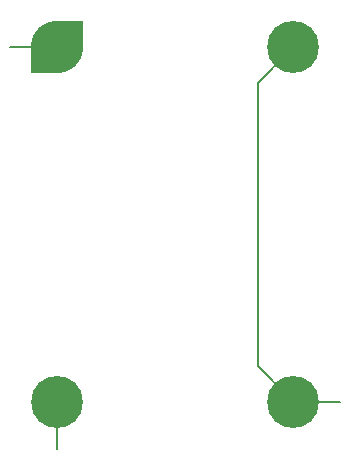
<source format=gtl>
%TF.GenerationSoftware,KiCad,Pcbnew,8.0.8*%
%TF.CreationDate,2025-01-29T17:02:43+00:00*%
%TF.ProjectId,ec30_2x3_l_mh_0.1,65633330-5f32-4783-935f-6c5f6d685f30,v0.1*%
%TF.SameCoordinates,PX8d24d00PY36d6160*%
%TF.FileFunction,Copper,L1,Top*%
%TF.FilePolarity,Positive*%
%FSLAX46Y46*%
G04 Gerber Fmt 4.6, Leading zero omitted, Abs format (unit mm)*
G04 Created by KiCad (PCBNEW 8.0.8) date 2025-01-29 17:02:43*
%MOMM*%
%LPD*%
G01*
G04 APERTURE LIST*
G04 Aperture macros list*
%AMFreePoly0*
4,1,31,1.555635,1.555635,1.655822,1.452117,1.831196,1.223566,1.975237,0.974078,2.085481,0.707925,2.160042,0.429659,2.197645,0.144041,2.197645,-0.144041,2.160042,-0.429659,2.085481,-0.707925,1.975237,-0.974078,1.831196,-1.223566,1.655822,-1.452117,1.555635,-1.555635,0.000000,-3.111270,-1.555635,-1.555635,-1.655822,-1.452117,-1.831196,-1.223566,-1.975237,-0.974078,-2.085481,-0.707925,
-2.160042,-0.429659,-2.197645,-0.144041,-2.197645,0.144041,-2.160042,0.429659,-2.085481,0.707925,-1.975237,0.974078,-1.831196,1.223566,-1.655822,1.452117,-1.555635,1.555635,0.000000,3.111270,1.555635,1.555635,1.555635,1.555635,$1*%
G04 Aperture macros list end*
%TA.AperFunction,Conductor*%
%ADD10C,0.200000*%
%TD*%
%TA.AperFunction,SMDPad,CuDef*%
%ADD11C,0.100000*%
%TD*%
%TA.AperFunction,ComponentPad*%
%ADD12C,4.400000*%
%TD*%
%TA.AperFunction,FiducialPad,Local*%
%ADD13FreePoly0,135.000000*%
%TD*%
%TA.AperFunction,FiducialPad,Local*%
%ADD14C,4.400000*%
%TD*%
G04 APERTURE END LIST*
D10*
%TO.N,GND*%
X7000000Y-12000000D02*
X7000000Y12000000D01*
%TD*%
D11*
%TO.P,GS1,1,JD_DATA*%
%TO.N,JD_DATA*%
X-14000000Y15000000D03*
%TD*%
D12*
%TO.P,MH3,MH3,MH3*%
%TO.N,JD_PWR*%
X-10000000Y-15000000D03*
%TD*%
%TO.P,MH4,MH4,MH4*%
%TO.N,GND*%
X10000000Y-15000000D03*
%TD*%
D11*
%TO.P,GS2,1,GND*%
%TO.N,GND*%
X14000000Y-15000000D03*
%TD*%
D12*
%TO.P,MH2,MH2,MH2*%
%TO.N,GND*%
X10000000Y15000000D03*
%TD*%
D11*
%TO.P,GS3,1,JD_PWR*%
%TO.N,JD_PWR*%
X-10000000Y-19000000D03*
%TD*%
D13*
%TO.P,MH1,MH1,MH1*%
%TO.N,JD_DATA*%
X-10000000Y15000000D03*
D14*
X-10000000Y15000000D03*
%TD*%
D10*
%TO.N,JD_DATA*%
X-10000000Y15000000D02*
X-14000000Y15000000D01*
%TO.N,GND*%
X10000000Y15000000D02*
X7000000Y12000000D01*
X7000000Y-12000000D02*
X7000001Y-12000000D01*
X14000000Y-15000000D02*
X10000000Y-15000000D01*
X7000000Y-12000000D02*
X10000000Y-15000000D01*
%TO.N,JD_PWR*%
X-10000000Y-15000000D02*
X-10000000Y-19000000D01*
%TD*%
M02*

</source>
